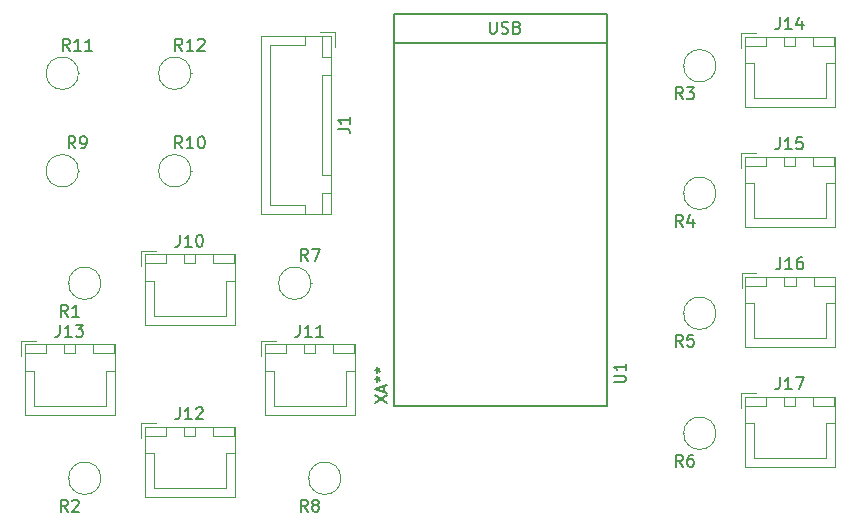
<source format=gbr>
G04 #@! TF.GenerationSoftware,KiCad,Pcbnew,(5.1.2-1)-1*
G04 #@! TF.CreationDate,2019-08-04T20:02:10-04:00*
G04 #@! TF.ProjectId,Pyxel-Paradise,50797865-6c2d-4506-9172-61646973652e,rev?*
G04 #@! TF.SameCoordinates,Original*
G04 #@! TF.FileFunction,Legend,Top*
G04 #@! TF.FilePolarity,Positive*
%FSLAX46Y46*%
G04 Gerber Fmt 4.6, Leading zero omitted, Abs format (unit mm)*
G04 Created by KiCad (PCBNEW (5.1.2-1)-1) date 2019-08-04 20:02:10*
%MOMM*%
%LPD*%
G04 APERTURE LIST*
%ADD10C,0.120000*%
%ADD11C,0.150000*%
G04 APERTURE END LIST*
D10*
X79295000Y-104120000D02*
X73325000Y-104120000D01*
X73325000Y-104120000D02*
X73325000Y-119240000D01*
X73325000Y-119240000D02*
X79295000Y-119240000D01*
X79295000Y-119240000D02*
X79295000Y-104120000D01*
X79285000Y-107430000D02*
X78535000Y-107430000D01*
X78535000Y-107430000D02*
X78535000Y-115930000D01*
X78535000Y-115930000D02*
X79285000Y-115930000D01*
X79285000Y-115930000D02*
X79285000Y-107430000D01*
X79285000Y-104130000D02*
X78535000Y-104130000D01*
X78535000Y-104130000D02*
X78535000Y-105930000D01*
X78535000Y-105930000D02*
X79285000Y-105930000D01*
X79285000Y-105930000D02*
X79285000Y-104130000D01*
X79285000Y-117430000D02*
X78535000Y-117430000D01*
X78535000Y-117430000D02*
X78535000Y-119230000D01*
X78535000Y-119230000D02*
X79285000Y-119230000D01*
X79285000Y-119230000D02*
X79285000Y-117430000D01*
X77035000Y-104130000D02*
X77035000Y-104880000D01*
X77035000Y-104880000D02*
X74085000Y-104880000D01*
X74085000Y-104880000D02*
X74085000Y-111680000D01*
X77035000Y-119230000D02*
X77035000Y-118480000D01*
X77035000Y-118480000D02*
X74085000Y-118480000D01*
X74085000Y-118480000D02*
X74085000Y-111680000D01*
X79585000Y-105080000D02*
X79585000Y-103830000D01*
X79585000Y-103830000D02*
X78335000Y-103830000D01*
X63480000Y-122635000D02*
X63480000Y-128605000D01*
X63480000Y-128605000D02*
X71100000Y-128605000D01*
X71100000Y-128605000D02*
X71100000Y-122635000D01*
X71100000Y-122635000D02*
X63480000Y-122635000D01*
X66790000Y-122645000D02*
X66790000Y-123395000D01*
X66790000Y-123395000D02*
X67790000Y-123395000D01*
X67790000Y-123395000D02*
X67790000Y-122645000D01*
X67790000Y-122645000D02*
X66790000Y-122645000D01*
X63490000Y-122645000D02*
X63490000Y-123395000D01*
X63490000Y-123395000D02*
X65290000Y-123395000D01*
X65290000Y-123395000D02*
X65290000Y-122645000D01*
X65290000Y-122645000D02*
X63490000Y-122645000D01*
X69290000Y-122645000D02*
X69290000Y-123395000D01*
X69290000Y-123395000D02*
X71090000Y-123395000D01*
X71090000Y-123395000D02*
X71090000Y-122645000D01*
X71090000Y-122645000D02*
X69290000Y-122645000D01*
X63490000Y-124895000D02*
X64240000Y-124895000D01*
X64240000Y-124895000D02*
X64240000Y-127845000D01*
X64240000Y-127845000D02*
X67290000Y-127845000D01*
X71090000Y-124895000D02*
X70340000Y-124895000D01*
X70340000Y-124895000D02*
X70340000Y-127845000D01*
X70340000Y-127845000D02*
X67290000Y-127845000D01*
X64440000Y-122345000D02*
X63190000Y-122345000D01*
X63190000Y-122345000D02*
X63190000Y-123595000D01*
X73350000Y-129965000D02*
X73350000Y-131215000D01*
X74600000Y-129965000D02*
X73350000Y-129965000D01*
X80500000Y-135465000D02*
X77450000Y-135465000D01*
X80500000Y-132515000D02*
X80500000Y-135465000D01*
X81250000Y-132515000D02*
X80500000Y-132515000D01*
X74400000Y-135465000D02*
X77450000Y-135465000D01*
X74400000Y-132515000D02*
X74400000Y-135465000D01*
X73650000Y-132515000D02*
X74400000Y-132515000D01*
X81250000Y-130265000D02*
X79450000Y-130265000D01*
X81250000Y-131015000D02*
X81250000Y-130265000D01*
X79450000Y-131015000D02*
X81250000Y-131015000D01*
X79450000Y-130265000D02*
X79450000Y-131015000D01*
X75450000Y-130265000D02*
X73650000Y-130265000D01*
X75450000Y-131015000D02*
X75450000Y-130265000D01*
X73650000Y-131015000D02*
X75450000Y-131015000D01*
X73650000Y-130265000D02*
X73650000Y-131015000D01*
X77950000Y-130265000D02*
X76950000Y-130265000D01*
X77950000Y-131015000D02*
X77950000Y-130265000D01*
X76950000Y-131015000D02*
X77950000Y-131015000D01*
X76950000Y-130265000D02*
X76950000Y-131015000D01*
X81260000Y-130255000D02*
X73640000Y-130255000D01*
X81260000Y-136225000D02*
X81260000Y-130255000D01*
X73640000Y-136225000D02*
X81260000Y-136225000D01*
X73640000Y-130255000D02*
X73640000Y-136225000D01*
X63480000Y-137240000D02*
X63480000Y-143210000D01*
X63480000Y-143210000D02*
X71100000Y-143210000D01*
X71100000Y-143210000D02*
X71100000Y-137240000D01*
X71100000Y-137240000D02*
X63480000Y-137240000D01*
X66790000Y-137250000D02*
X66790000Y-138000000D01*
X66790000Y-138000000D02*
X67790000Y-138000000D01*
X67790000Y-138000000D02*
X67790000Y-137250000D01*
X67790000Y-137250000D02*
X66790000Y-137250000D01*
X63490000Y-137250000D02*
X63490000Y-138000000D01*
X63490000Y-138000000D02*
X65290000Y-138000000D01*
X65290000Y-138000000D02*
X65290000Y-137250000D01*
X65290000Y-137250000D02*
X63490000Y-137250000D01*
X69290000Y-137250000D02*
X69290000Y-138000000D01*
X69290000Y-138000000D02*
X71090000Y-138000000D01*
X71090000Y-138000000D02*
X71090000Y-137250000D01*
X71090000Y-137250000D02*
X69290000Y-137250000D01*
X63490000Y-139500000D02*
X64240000Y-139500000D01*
X64240000Y-139500000D02*
X64240000Y-142450000D01*
X64240000Y-142450000D02*
X67290000Y-142450000D01*
X71090000Y-139500000D02*
X70340000Y-139500000D01*
X70340000Y-139500000D02*
X70340000Y-142450000D01*
X70340000Y-142450000D02*
X67290000Y-142450000D01*
X64440000Y-136950000D02*
X63190000Y-136950000D01*
X63190000Y-136950000D02*
X63190000Y-138200000D01*
X53030000Y-129965000D02*
X53030000Y-131215000D01*
X54280000Y-129965000D02*
X53030000Y-129965000D01*
X60180000Y-135465000D02*
X57130000Y-135465000D01*
X60180000Y-132515000D02*
X60180000Y-135465000D01*
X60930000Y-132515000D02*
X60180000Y-132515000D01*
X54080000Y-135465000D02*
X57130000Y-135465000D01*
X54080000Y-132515000D02*
X54080000Y-135465000D01*
X53330000Y-132515000D02*
X54080000Y-132515000D01*
X60930000Y-130265000D02*
X59130000Y-130265000D01*
X60930000Y-131015000D02*
X60930000Y-130265000D01*
X59130000Y-131015000D02*
X60930000Y-131015000D01*
X59130000Y-130265000D02*
X59130000Y-131015000D01*
X55130000Y-130265000D02*
X53330000Y-130265000D01*
X55130000Y-131015000D02*
X55130000Y-130265000D01*
X53330000Y-131015000D02*
X55130000Y-131015000D01*
X53330000Y-130265000D02*
X53330000Y-131015000D01*
X57630000Y-130265000D02*
X56630000Y-130265000D01*
X57630000Y-131015000D02*
X57630000Y-130265000D01*
X56630000Y-131015000D02*
X57630000Y-131015000D01*
X56630000Y-130265000D02*
X56630000Y-131015000D01*
X60940000Y-130255000D02*
X53320000Y-130255000D01*
X60940000Y-136225000D02*
X60940000Y-130255000D01*
X53320000Y-136225000D02*
X60940000Y-136225000D01*
X53320000Y-130255000D02*
X53320000Y-136225000D01*
X114280000Y-104220000D02*
X114280000Y-110190000D01*
X114280000Y-110190000D02*
X121900000Y-110190000D01*
X121900000Y-110190000D02*
X121900000Y-104220000D01*
X121900000Y-104220000D02*
X114280000Y-104220000D01*
X117590000Y-104230000D02*
X117590000Y-104980000D01*
X117590000Y-104980000D02*
X118590000Y-104980000D01*
X118590000Y-104980000D02*
X118590000Y-104230000D01*
X118590000Y-104230000D02*
X117590000Y-104230000D01*
X114290000Y-104230000D02*
X114290000Y-104980000D01*
X114290000Y-104980000D02*
X116090000Y-104980000D01*
X116090000Y-104980000D02*
X116090000Y-104230000D01*
X116090000Y-104230000D02*
X114290000Y-104230000D01*
X120090000Y-104230000D02*
X120090000Y-104980000D01*
X120090000Y-104980000D02*
X121890000Y-104980000D01*
X121890000Y-104980000D02*
X121890000Y-104230000D01*
X121890000Y-104230000D02*
X120090000Y-104230000D01*
X114290000Y-106480000D02*
X115040000Y-106480000D01*
X115040000Y-106480000D02*
X115040000Y-109430000D01*
X115040000Y-109430000D02*
X118090000Y-109430000D01*
X121890000Y-106480000D02*
X121140000Y-106480000D01*
X121140000Y-106480000D02*
X121140000Y-109430000D01*
X121140000Y-109430000D02*
X118090000Y-109430000D01*
X115240000Y-103930000D02*
X113990000Y-103930000D01*
X113990000Y-103930000D02*
X113990000Y-105180000D01*
X113990000Y-114090000D02*
X113990000Y-115340000D01*
X115240000Y-114090000D02*
X113990000Y-114090000D01*
X121140000Y-119590000D02*
X118090000Y-119590000D01*
X121140000Y-116640000D02*
X121140000Y-119590000D01*
X121890000Y-116640000D02*
X121140000Y-116640000D01*
X115040000Y-119590000D02*
X118090000Y-119590000D01*
X115040000Y-116640000D02*
X115040000Y-119590000D01*
X114290000Y-116640000D02*
X115040000Y-116640000D01*
X121890000Y-114390000D02*
X120090000Y-114390000D01*
X121890000Y-115140000D02*
X121890000Y-114390000D01*
X120090000Y-115140000D02*
X121890000Y-115140000D01*
X120090000Y-114390000D02*
X120090000Y-115140000D01*
X116090000Y-114390000D02*
X114290000Y-114390000D01*
X116090000Y-115140000D02*
X116090000Y-114390000D01*
X114290000Y-115140000D02*
X116090000Y-115140000D01*
X114290000Y-114390000D02*
X114290000Y-115140000D01*
X118590000Y-114390000D02*
X117590000Y-114390000D01*
X118590000Y-115140000D02*
X118590000Y-114390000D01*
X117590000Y-115140000D02*
X118590000Y-115140000D01*
X117590000Y-114390000D02*
X117590000Y-115140000D01*
X121900000Y-114380000D02*
X114280000Y-114380000D01*
X121900000Y-120350000D02*
X121900000Y-114380000D01*
X114280000Y-120350000D02*
X121900000Y-120350000D01*
X114280000Y-114380000D02*
X114280000Y-120350000D01*
X114320000Y-124540000D02*
X114320000Y-130510000D01*
X114320000Y-130510000D02*
X121940000Y-130510000D01*
X121940000Y-130510000D02*
X121940000Y-124540000D01*
X121940000Y-124540000D02*
X114320000Y-124540000D01*
X117630000Y-124550000D02*
X117630000Y-125300000D01*
X117630000Y-125300000D02*
X118630000Y-125300000D01*
X118630000Y-125300000D02*
X118630000Y-124550000D01*
X118630000Y-124550000D02*
X117630000Y-124550000D01*
X114330000Y-124550000D02*
X114330000Y-125300000D01*
X114330000Y-125300000D02*
X116130000Y-125300000D01*
X116130000Y-125300000D02*
X116130000Y-124550000D01*
X116130000Y-124550000D02*
X114330000Y-124550000D01*
X120130000Y-124550000D02*
X120130000Y-125300000D01*
X120130000Y-125300000D02*
X121930000Y-125300000D01*
X121930000Y-125300000D02*
X121930000Y-124550000D01*
X121930000Y-124550000D02*
X120130000Y-124550000D01*
X114330000Y-126800000D02*
X115080000Y-126800000D01*
X115080000Y-126800000D02*
X115080000Y-129750000D01*
X115080000Y-129750000D02*
X118130000Y-129750000D01*
X121930000Y-126800000D02*
X121180000Y-126800000D01*
X121180000Y-126800000D02*
X121180000Y-129750000D01*
X121180000Y-129750000D02*
X118130000Y-129750000D01*
X115280000Y-124250000D02*
X114030000Y-124250000D01*
X114030000Y-124250000D02*
X114030000Y-125500000D01*
X113990000Y-134410000D02*
X113990000Y-135660000D01*
X115240000Y-134410000D02*
X113990000Y-134410000D01*
X121140000Y-139910000D02*
X118090000Y-139910000D01*
X121140000Y-136960000D02*
X121140000Y-139910000D01*
X121890000Y-136960000D02*
X121140000Y-136960000D01*
X115040000Y-139910000D02*
X118090000Y-139910000D01*
X115040000Y-136960000D02*
X115040000Y-139910000D01*
X114290000Y-136960000D02*
X115040000Y-136960000D01*
X121890000Y-134710000D02*
X120090000Y-134710000D01*
X121890000Y-135460000D02*
X121890000Y-134710000D01*
X120090000Y-135460000D02*
X121890000Y-135460000D01*
X120090000Y-134710000D02*
X120090000Y-135460000D01*
X116090000Y-134710000D02*
X114290000Y-134710000D01*
X116090000Y-135460000D02*
X116090000Y-134710000D01*
X114290000Y-135460000D02*
X116090000Y-135460000D01*
X114290000Y-134710000D02*
X114290000Y-135460000D01*
X118590000Y-134710000D02*
X117590000Y-134710000D01*
X118590000Y-135460000D02*
X118590000Y-134710000D01*
X117590000Y-135460000D02*
X118590000Y-135460000D01*
X117590000Y-134710000D02*
X117590000Y-135460000D01*
X121900000Y-134700000D02*
X114280000Y-134700000D01*
X121900000Y-140670000D02*
X121900000Y-134700000D01*
X114280000Y-140670000D02*
X121900000Y-140670000D01*
X114280000Y-134700000D02*
X114280000Y-140670000D01*
X57050000Y-125095000D02*
X56980000Y-125095000D01*
X59790000Y-125095000D02*
G75*
G03X59790000Y-125095000I-1370000J0D01*
G01*
X59790000Y-141605000D02*
G75*
G03X59790000Y-141605000I-1370000J0D01*
G01*
X57050000Y-141605000D02*
X56980000Y-141605000D01*
X111860000Y-106680000D02*
G75*
G03X111860000Y-106680000I-1370000J0D01*
G01*
X109120000Y-106680000D02*
X109050000Y-106680000D01*
X109120000Y-117475000D02*
X109050000Y-117475000D01*
X111860000Y-117475000D02*
G75*
G03X111860000Y-117475000I-1370000J0D01*
G01*
X111860000Y-127635000D02*
G75*
G03X111860000Y-127635000I-1370000J0D01*
G01*
X109120000Y-127635000D02*
X109050000Y-127635000D01*
X109120000Y-137795000D02*
X109050000Y-137795000D01*
X111860000Y-137795000D02*
G75*
G03X111860000Y-137795000I-1370000J0D01*
G01*
X77570000Y-125095000D02*
G75*
G03X77570000Y-125095000I-1370000J0D01*
G01*
X77570000Y-125095000D02*
X77640000Y-125095000D01*
X77370000Y-141605000D02*
X77300000Y-141605000D01*
X80110000Y-141605000D02*
G75*
G03X80110000Y-141605000I-1370000J0D01*
G01*
X57885000Y-115570000D02*
G75*
G03X57885000Y-115570000I-1370000J0D01*
G01*
X57885000Y-115570000D02*
X57955000Y-115570000D01*
X67410000Y-115570000D02*
X67480000Y-115570000D01*
X67410000Y-115570000D02*
G75*
G03X67410000Y-115570000I-1370000J0D01*
G01*
X57885000Y-107315000D02*
G75*
G03X57885000Y-107315000I-1370000J0D01*
G01*
X57885000Y-107315000D02*
X57955000Y-107315000D01*
X67410000Y-107315000D02*
X67480000Y-107315000D01*
X67410000Y-107315000D02*
G75*
G03X67410000Y-107315000I-1370000J0D01*
G01*
D11*
X84616000Y-135509000D02*
X102616000Y-135509000D01*
X84616000Y-135509000D02*
X84582000Y-102269000D01*
X102616000Y-135509000D02*
X102616000Y-102269000D01*
X84616000Y-102269000D02*
X102616000Y-102269000D01*
X84582000Y-104775000D02*
X102616000Y-104775000D01*
X102616000Y-104648000D02*
X102616000Y-104521000D01*
X79837380Y-112013333D02*
X80551666Y-112013333D01*
X80694523Y-112060952D01*
X80789761Y-112156190D01*
X80837380Y-112299047D01*
X80837380Y-112394285D01*
X80837380Y-111013333D02*
X80837380Y-111584761D01*
X80837380Y-111299047D02*
X79837380Y-111299047D01*
X79980238Y-111394285D01*
X80075476Y-111489523D01*
X80123095Y-111584761D01*
X66480476Y-120997380D02*
X66480476Y-121711666D01*
X66432857Y-121854523D01*
X66337619Y-121949761D01*
X66194761Y-121997380D01*
X66099523Y-121997380D01*
X67480476Y-121997380D02*
X66909047Y-121997380D01*
X67194761Y-121997380D02*
X67194761Y-120997380D01*
X67099523Y-121140238D01*
X67004285Y-121235476D01*
X66909047Y-121283095D01*
X68099523Y-120997380D02*
X68194761Y-120997380D01*
X68290000Y-121045000D01*
X68337619Y-121092619D01*
X68385238Y-121187857D01*
X68432857Y-121378333D01*
X68432857Y-121616428D01*
X68385238Y-121806904D01*
X68337619Y-121902142D01*
X68290000Y-121949761D01*
X68194761Y-121997380D01*
X68099523Y-121997380D01*
X68004285Y-121949761D01*
X67956666Y-121902142D01*
X67909047Y-121806904D01*
X67861428Y-121616428D01*
X67861428Y-121378333D01*
X67909047Y-121187857D01*
X67956666Y-121092619D01*
X68004285Y-121045000D01*
X68099523Y-120997380D01*
X76640476Y-128617380D02*
X76640476Y-129331666D01*
X76592857Y-129474523D01*
X76497619Y-129569761D01*
X76354761Y-129617380D01*
X76259523Y-129617380D01*
X77640476Y-129617380D02*
X77069047Y-129617380D01*
X77354761Y-129617380D02*
X77354761Y-128617380D01*
X77259523Y-128760238D01*
X77164285Y-128855476D01*
X77069047Y-128903095D01*
X78592857Y-129617380D02*
X78021428Y-129617380D01*
X78307142Y-129617380D02*
X78307142Y-128617380D01*
X78211904Y-128760238D01*
X78116666Y-128855476D01*
X78021428Y-128903095D01*
X66480476Y-135602380D02*
X66480476Y-136316666D01*
X66432857Y-136459523D01*
X66337619Y-136554761D01*
X66194761Y-136602380D01*
X66099523Y-136602380D01*
X67480476Y-136602380D02*
X66909047Y-136602380D01*
X67194761Y-136602380D02*
X67194761Y-135602380D01*
X67099523Y-135745238D01*
X67004285Y-135840476D01*
X66909047Y-135888095D01*
X67861428Y-135697619D02*
X67909047Y-135650000D01*
X68004285Y-135602380D01*
X68242380Y-135602380D01*
X68337619Y-135650000D01*
X68385238Y-135697619D01*
X68432857Y-135792857D01*
X68432857Y-135888095D01*
X68385238Y-136030952D01*
X67813809Y-136602380D01*
X68432857Y-136602380D01*
X56320476Y-128617380D02*
X56320476Y-129331666D01*
X56272857Y-129474523D01*
X56177619Y-129569761D01*
X56034761Y-129617380D01*
X55939523Y-129617380D01*
X57320476Y-129617380D02*
X56749047Y-129617380D01*
X57034761Y-129617380D02*
X57034761Y-128617380D01*
X56939523Y-128760238D01*
X56844285Y-128855476D01*
X56749047Y-128903095D01*
X57653809Y-128617380D02*
X58272857Y-128617380D01*
X57939523Y-128998333D01*
X58082380Y-128998333D01*
X58177619Y-129045952D01*
X58225238Y-129093571D01*
X58272857Y-129188809D01*
X58272857Y-129426904D01*
X58225238Y-129522142D01*
X58177619Y-129569761D01*
X58082380Y-129617380D01*
X57796666Y-129617380D01*
X57701428Y-129569761D01*
X57653809Y-129522142D01*
X117280476Y-102582380D02*
X117280476Y-103296666D01*
X117232857Y-103439523D01*
X117137619Y-103534761D01*
X116994761Y-103582380D01*
X116899523Y-103582380D01*
X118280476Y-103582380D02*
X117709047Y-103582380D01*
X117994761Y-103582380D02*
X117994761Y-102582380D01*
X117899523Y-102725238D01*
X117804285Y-102820476D01*
X117709047Y-102868095D01*
X119137619Y-102915714D02*
X119137619Y-103582380D01*
X118899523Y-102534761D02*
X118661428Y-103249047D01*
X119280476Y-103249047D01*
X117280476Y-112742380D02*
X117280476Y-113456666D01*
X117232857Y-113599523D01*
X117137619Y-113694761D01*
X116994761Y-113742380D01*
X116899523Y-113742380D01*
X118280476Y-113742380D02*
X117709047Y-113742380D01*
X117994761Y-113742380D02*
X117994761Y-112742380D01*
X117899523Y-112885238D01*
X117804285Y-112980476D01*
X117709047Y-113028095D01*
X119185238Y-112742380D02*
X118709047Y-112742380D01*
X118661428Y-113218571D01*
X118709047Y-113170952D01*
X118804285Y-113123333D01*
X119042380Y-113123333D01*
X119137619Y-113170952D01*
X119185238Y-113218571D01*
X119232857Y-113313809D01*
X119232857Y-113551904D01*
X119185238Y-113647142D01*
X119137619Y-113694761D01*
X119042380Y-113742380D01*
X118804285Y-113742380D01*
X118709047Y-113694761D01*
X118661428Y-113647142D01*
X117320476Y-122902380D02*
X117320476Y-123616666D01*
X117272857Y-123759523D01*
X117177619Y-123854761D01*
X117034761Y-123902380D01*
X116939523Y-123902380D01*
X118320476Y-123902380D02*
X117749047Y-123902380D01*
X118034761Y-123902380D02*
X118034761Y-122902380D01*
X117939523Y-123045238D01*
X117844285Y-123140476D01*
X117749047Y-123188095D01*
X119177619Y-122902380D02*
X118987142Y-122902380D01*
X118891904Y-122950000D01*
X118844285Y-122997619D01*
X118749047Y-123140476D01*
X118701428Y-123330952D01*
X118701428Y-123711904D01*
X118749047Y-123807142D01*
X118796666Y-123854761D01*
X118891904Y-123902380D01*
X119082380Y-123902380D01*
X119177619Y-123854761D01*
X119225238Y-123807142D01*
X119272857Y-123711904D01*
X119272857Y-123473809D01*
X119225238Y-123378571D01*
X119177619Y-123330952D01*
X119082380Y-123283333D01*
X118891904Y-123283333D01*
X118796666Y-123330952D01*
X118749047Y-123378571D01*
X118701428Y-123473809D01*
X117280476Y-133062380D02*
X117280476Y-133776666D01*
X117232857Y-133919523D01*
X117137619Y-134014761D01*
X116994761Y-134062380D01*
X116899523Y-134062380D01*
X118280476Y-134062380D02*
X117709047Y-134062380D01*
X117994761Y-134062380D02*
X117994761Y-133062380D01*
X117899523Y-133205238D01*
X117804285Y-133300476D01*
X117709047Y-133348095D01*
X118613809Y-133062380D02*
X119280476Y-133062380D01*
X118851904Y-134062380D01*
X56983333Y-127917380D02*
X56650000Y-127441190D01*
X56411904Y-127917380D02*
X56411904Y-126917380D01*
X56792857Y-126917380D01*
X56888095Y-126965000D01*
X56935714Y-127012619D01*
X56983333Y-127107857D01*
X56983333Y-127250714D01*
X56935714Y-127345952D01*
X56888095Y-127393571D01*
X56792857Y-127441190D01*
X56411904Y-127441190D01*
X57935714Y-127917380D02*
X57364285Y-127917380D01*
X57650000Y-127917380D02*
X57650000Y-126917380D01*
X57554761Y-127060238D01*
X57459523Y-127155476D01*
X57364285Y-127203095D01*
X56983333Y-144427380D02*
X56650000Y-143951190D01*
X56411904Y-144427380D02*
X56411904Y-143427380D01*
X56792857Y-143427380D01*
X56888095Y-143475000D01*
X56935714Y-143522619D01*
X56983333Y-143617857D01*
X56983333Y-143760714D01*
X56935714Y-143855952D01*
X56888095Y-143903571D01*
X56792857Y-143951190D01*
X56411904Y-143951190D01*
X57364285Y-143522619D02*
X57411904Y-143475000D01*
X57507142Y-143427380D01*
X57745238Y-143427380D01*
X57840476Y-143475000D01*
X57888095Y-143522619D01*
X57935714Y-143617857D01*
X57935714Y-143713095D01*
X57888095Y-143855952D01*
X57316666Y-144427380D01*
X57935714Y-144427380D01*
X109053333Y-109502380D02*
X108720000Y-109026190D01*
X108481904Y-109502380D02*
X108481904Y-108502380D01*
X108862857Y-108502380D01*
X108958095Y-108550000D01*
X109005714Y-108597619D01*
X109053333Y-108692857D01*
X109053333Y-108835714D01*
X109005714Y-108930952D01*
X108958095Y-108978571D01*
X108862857Y-109026190D01*
X108481904Y-109026190D01*
X109386666Y-108502380D02*
X110005714Y-108502380D01*
X109672380Y-108883333D01*
X109815238Y-108883333D01*
X109910476Y-108930952D01*
X109958095Y-108978571D01*
X110005714Y-109073809D01*
X110005714Y-109311904D01*
X109958095Y-109407142D01*
X109910476Y-109454761D01*
X109815238Y-109502380D01*
X109529523Y-109502380D01*
X109434285Y-109454761D01*
X109386666Y-109407142D01*
X109053333Y-120297380D02*
X108720000Y-119821190D01*
X108481904Y-120297380D02*
X108481904Y-119297380D01*
X108862857Y-119297380D01*
X108958095Y-119345000D01*
X109005714Y-119392619D01*
X109053333Y-119487857D01*
X109053333Y-119630714D01*
X109005714Y-119725952D01*
X108958095Y-119773571D01*
X108862857Y-119821190D01*
X108481904Y-119821190D01*
X109910476Y-119630714D02*
X109910476Y-120297380D01*
X109672380Y-119249761D02*
X109434285Y-119964047D01*
X110053333Y-119964047D01*
X109053333Y-130457380D02*
X108720000Y-129981190D01*
X108481904Y-130457380D02*
X108481904Y-129457380D01*
X108862857Y-129457380D01*
X108958095Y-129505000D01*
X109005714Y-129552619D01*
X109053333Y-129647857D01*
X109053333Y-129790714D01*
X109005714Y-129885952D01*
X108958095Y-129933571D01*
X108862857Y-129981190D01*
X108481904Y-129981190D01*
X109958095Y-129457380D02*
X109481904Y-129457380D01*
X109434285Y-129933571D01*
X109481904Y-129885952D01*
X109577142Y-129838333D01*
X109815238Y-129838333D01*
X109910476Y-129885952D01*
X109958095Y-129933571D01*
X110005714Y-130028809D01*
X110005714Y-130266904D01*
X109958095Y-130362142D01*
X109910476Y-130409761D01*
X109815238Y-130457380D01*
X109577142Y-130457380D01*
X109481904Y-130409761D01*
X109434285Y-130362142D01*
X109053333Y-140617380D02*
X108720000Y-140141190D01*
X108481904Y-140617380D02*
X108481904Y-139617380D01*
X108862857Y-139617380D01*
X108958095Y-139665000D01*
X109005714Y-139712619D01*
X109053333Y-139807857D01*
X109053333Y-139950714D01*
X109005714Y-140045952D01*
X108958095Y-140093571D01*
X108862857Y-140141190D01*
X108481904Y-140141190D01*
X109910476Y-139617380D02*
X109720000Y-139617380D01*
X109624761Y-139665000D01*
X109577142Y-139712619D01*
X109481904Y-139855476D01*
X109434285Y-140045952D01*
X109434285Y-140426904D01*
X109481904Y-140522142D01*
X109529523Y-140569761D01*
X109624761Y-140617380D01*
X109815238Y-140617380D01*
X109910476Y-140569761D01*
X109958095Y-140522142D01*
X110005714Y-140426904D01*
X110005714Y-140188809D01*
X109958095Y-140093571D01*
X109910476Y-140045952D01*
X109815238Y-139998333D01*
X109624761Y-139998333D01*
X109529523Y-140045952D01*
X109481904Y-140093571D01*
X109434285Y-140188809D01*
X77303333Y-123177380D02*
X76970000Y-122701190D01*
X76731904Y-123177380D02*
X76731904Y-122177380D01*
X77112857Y-122177380D01*
X77208095Y-122225000D01*
X77255714Y-122272619D01*
X77303333Y-122367857D01*
X77303333Y-122510714D01*
X77255714Y-122605952D01*
X77208095Y-122653571D01*
X77112857Y-122701190D01*
X76731904Y-122701190D01*
X77636666Y-122177380D02*
X78303333Y-122177380D01*
X77874761Y-123177380D01*
X77303333Y-144427380D02*
X76970000Y-143951190D01*
X76731904Y-144427380D02*
X76731904Y-143427380D01*
X77112857Y-143427380D01*
X77208095Y-143475000D01*
X77255714Y-143522619D01*
X77303333Y-143617857D01*
X77303333Y-143760714D01*
X77255714Y-143855952D01*
X77208095Y-143903571D01*
X77112857Y-143951190D01*
X76731904Y-143951190D01*
X77874761Y-143855952D02*
X77779523Y-143808333D01*
X77731904Y-143760714D01*
X77684285Y-143665476D01*
X77684285Y-143617857D01*
X77731904Y-143522619D01*
X77779523Y-143475000D01*
X77874761Y-143427380D01*
X78065238Y-143427380D01*
X78160476Y-143475000D01*
X78208095Y-143522619D01*
X78255714Y-143617857D01*
X78255714Y-143665476D01*
X78208095Y-143760714D01*
X78160476Y-143808333D01*
X78065238Y-143855952D01*
X77874761Y-143855952D01*
X77779523Y-143903571D01*
X77731904Y-143951190D01*
X77684285Y-144046428D01*
X77684285Y-144236904D01*
X77731904Y-144332142D01*
X77779523Y-144379761D01*
X77874761Y-144427380D01*
X78065238Y-144427380D01*
X78160476Y-144379761D01*
X78208095Y-144332142D01*
X78255714Y-144236904D01*
X78255714Y-144046428D01*
X78208095Y-143951190D01*
X78160476Y-143903571D01*
X78065238Y-143855952D01*
X57618333Y-113652380D02*
X57285000Y-113176190D01*
X57046904Y-113652380D02*
X57046904Y-112652380D01*
X57427857Y-112652380D01*
X57523095Y-112700000D01*
X57570714Y-112747619D01*
X57618333Y-112842857D01*
X57618333Y-112985714D01*
X57570714Y-113080952D01*
X57523095Y-113128571D01*
X57427857Y-113176190D01*
X57046904Y-113176190D01*
X58094523Y-113652380D02*
X58285000Y-113652380D01*
X58380238Y-113604761D01*
X58427857Y-113557142D01*
X58523095Y-113414285D01*
X58570714Y-113223809D01*
X58570714Y-112842857D01*
X58523095Y-112747619D01*
X58475476Y-112700000D01*
X58380238Y-112652380D01*
X58189761Y-112652380D01*
X58094523Y-112700000D01*
X58046904Y-112747619D01*
X57999285Y-112842857D01*
X57999285Y-113080952D01*
X58046904Y-113176190D01*
X58094523Y-113223809D01*
X58189761Y-113271428D01*
X58380238Y-113271428D01*
X58475476Y-113223809D01*
X58523095Y-113176190D01*
X58570714Y-113080952D01*
X66667142Y-113652380D02*
X66333809Y-113176190D01*
X66095714Y-113652380D02*
X66095714Y-112652380D01*
X66476666Y-112652380D01*
X66571904Y-112700000D01*
X66619523Y-112747619D01*
X66667142Y-112842857D01*
X66667142Y-112985714D01*
X66619523Y-113080952D01*
X66571904Y-113128571D01*
X66476666Y-113176190D01*
X66095714Y-113176190D01*
X67619523Y-113652380D02*
X67048095Y-113652380D01*
X67333809Y-113652380D02*
X67333809Y-112652380D01*
X67238571Y-112795238D01*
X67143333Y-112890476D01*
X67048095Y-112938095D01*
X68238571Y-112652380D02*
X68333809Y-112652380D01*
X68429047Y-112700000D01*
X68476666Y-112747619D01*
X68524285Y-112842857D01*
X68571904Y-113033333D01*
X68571904Y-113271428D01*
X68524285Y-113461904D01*
X68476666Y-113557142D01*
X68429047Y-113604761D01*
X68333809Y-113652380D01*
X68238571Y-113652380D01*
X68143333Y-113604761D01*
X68095714Y-113557142D01*
X68048095Y-113461904D01*
X68000476Y-113271428D01*
X68000476Y-113033333D01*
X68048095Y-112842857D01*
X68095714Y-112747619D01*
X68143333Y-112700000D01*
X68238571Y-112652380D01*
X57142142Y-105397380D02*
X56808809Y-104921190D01*
X56570714Y-105397380D02*
X56570714Y-104397380D01*
X56951666Y-104397380D01*
X57046904Y-104445000D01*
X57094523Y-104492619D01*
X57142142Y-104587857D01*
X57142142Y-104730714D01*
X57094523Y-104825952D01*
X57046904Y-104873571D01*
X56951666Y-104921190D01*
X56570714Y-104921190D01*
X58094523Y-105397380D02*
X57523095Y-105397380D01*
X57808809Y-105397380D02*
X57808809Y-104397380D01*
X57713571Y-104540238D01*
X57618333Y-104635476D01*
X57523095Y-104683095D01*
X59046904Y-105397380D02*
X58475476Y-105397380D01*
X58761190Y-105397380D02*
X58761190Y-104397380D01*
X58665952Y-104540238D01*
X58570714Y-104635476D01*
X58475476Y-104683095D01*
X66667142Y-105397380D02*
X66333809Y-104921190D01*
X66095714Y-105397380D02*
X66095714Y-104397380D01*
X66476666Y-104397380D01*
X66571904Y-104445000D01*
X66619523Y-104492619D01*
X66667142Y-104587857D01*
X66667142Y-104730714D01*
X66619523Y-104825952D01*
X66571904Y-104873571D01*
X66476666Y-104921190D01*
X66095714Y-104921190D01*
X67619523Y-105397380D02*
X67048095Y-105397380D01*
X67333809Y-105397380D02*
X67333809Y-104397380D01*
X67238571Y-104540238D01*
X67143333Y-104635476D01*
X67048095Y-104683095D01*
X68000476Y-104492619D02*
X68048095Y-104445000D01*
X68143333Y-104397380D01*
X68381428Y-104397380D01*
X68476666Y-104445000D01*
X68524285Y-104492619D01*
X68571904Y-104587857D01*
X68571904Y-104683095D01*
X68524285Y-104825952D01*
X67952857Y-105397380D01*
X68571904Y-105397380D01*
X103211380Y-133476904D02*
X104020904Y-133476904D01*
X104116142Y-133429285D01*
X104163761Y-133381666D01*
X104211380Y-133286428D01*
X104211380Y-133095952D01*
X104163761Y-133000714D01*
X104116142Y-132953095D01*
X104020904Y-132905476D01*
X103211380Y-132905476D01*
X104211380Y-131905476D02*
X104211380Y-132476904D01*
X104211380Y-132191190D02*
X103211380Y-132191190D01*
X103354238Y-132286428D01*
X103449476Y-132381666D01*
X103497095Y-132476904D01*
X83018380Y-135254809D02*
X84018380Y-134588142D01*
X83018380Y-134588142D02*
X84018380Y-135254809D01*
X83732666Y-134254809D02*
X83732666Y-133778619D01*
X84018380Y-134350047D02*
X83018380Y-134016714D01*
X84018380Y-133683380D01*
X83018380Y-133207190D02*
X83256476Y-133207190D01*
X83161238Y-133445285D02*
X83256476Y-133207190D01*
X83161238Y-132969095D01*
X83446952Y-133350047D02*
X83256476Y-133207190D01*
X83446952Y-133064333D01*
X83018380Y-132445285D02*
X83256476Y-132445285D01*
X83161238Y-132683380D02*
X83256476Y-132445285D01*
X83161238Y-132207190D01*
X83446952Y-132588142D02*
X83256476Y-132445285D01*
X83446952Y-132302428D01*
X92718095Y-102957380D02*
X92718095Y-103766904D01*
X92765714Y-103862142D01*
X92813333Y-103909761D01*
X92908571Y-103957380D01*
X93099047Y-103957380D01*
X93194285Y-103909761D01*
X93241904Y-103862142D01*
X93289523Y-103766904D01*
X93289523Y-102957380D01*
X93718095Y-103909761D02*
X93860952Y-103957380D01*
X94099047Y-103957380D01*
X94194285Y-103909761D01*
X94241904Y-103862142D01*
X94289523Y-103766904D01*
X94289523Y-103671666D01*
X94241904Y-103576428D01*
X94194285Y-103528809D01*
X94099047Y-103481190D01*
X93908571Y-103433571D01*
X93813333Y-103385952D01*
X93765714Y-103338333D01*
X93718095Y-103243095D01*
X93718095Y-103147857D01*
X93765714Y-103052619D01*
X93813333Y-103005000D01*
X93908571Y-102957380D01*
X94146666Y-102957380D01*
X94289523Y-103005000D01*
X95051428Y-103433571D02*
X95194285Y-103481190D01*
X95241904Y-103528809D01*
X95289523Y-103624047D01*
X95289523Y-103766904D01*
X95241904Y-103862142D01*
X95194285Y-103909761D01*
X95099047Y-103957380D01*
X94718095Y-103957380D01*
X94718095Y-102957380D01*
X95051428Y-102957380D01*
X95146666Y-103005000D01*
X95194285Y-103052619D01*
X95241904Y-103147857D01*
X95241904Y-103243095D01*
X95194285Y-103338333D01*
X95146666Y-103385952D01*
X95051428Y-103433571D01*
X94718095Y-103433571D01*
M02*

</source>
